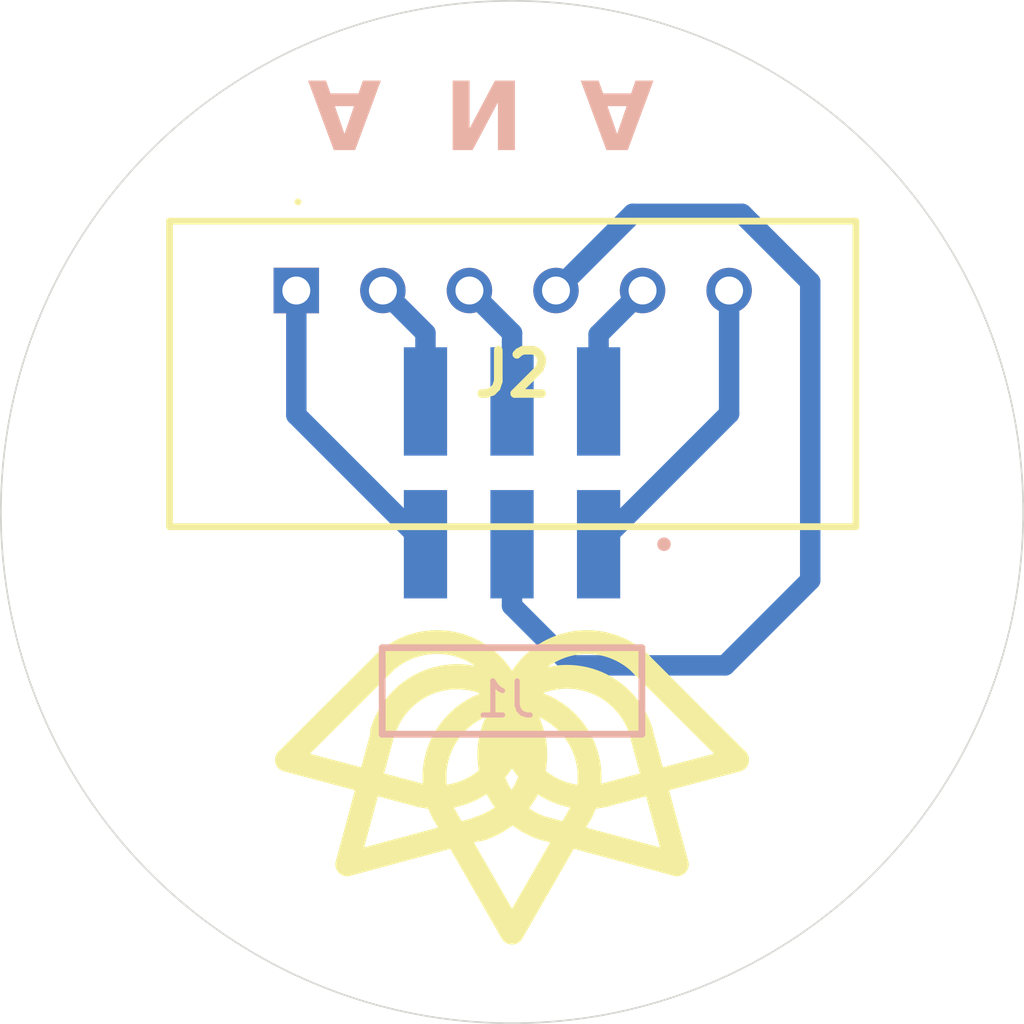
<source format=kicad_pcb>
(kicad_pcb (version 20241229) (generator "pcbnew") (generator_version "9.0")
  (title_block (comment 4 "AISLER Project ID: KVCJXUYW"))
  (layers (0 "F.Cu" signal) (2 "B.Cu" signal) (13 "F.Paste" user) (15 "B.Paste" user) (5 "F.SilkS" user "F.Silkscreen") (7 "B.SilkS" user "B.Silkscreen") (1 "F.Mask" user) (3 "B.Mask" user) (25 "Edge.Cuts" user))
  (net 0 "")
  (net 1 "Net-(J1-Pad06)")
  (net 2 "Net-(J1-Pad04)")
  (net 3 "Net-(J1-Pad03)")
  (net 4 "Net-(J1-Pad05)")
  (net 5 "Net-(J1-Pad02)")
  (net 6 "Net-(J1-Pad01)")
  (footprint "foots:55203146" (layer "F.Cu") (at 123.67 93.5)
    (property "Reference" "J2" (at 6.35 2.447 0) (layer "F.SilkS") (effects (font (size 1.27 1.27) (thickness 0.254))))
    (property "Value" "5-520314-6" (hide yes))
    (fp_line (start -3.72 -2.036) (end 16.42 -2.036) (stroke (width 0.2)) (layer "F.SilkS"))
    (fp_line (start -3.72 6.93) (end -3.72 -2.036) (stroke (width 0.2)) (layer "F.SilkS"))
    (fp_line (start 0 -2.6) (end 0 -2.6) (stroke (width 0.1)) (layer "F.SilkS"))
    (fp_line (start 0.1 -2.6) (end 0.1 -2.6) (stroke (width 0.1)) (layer "F.SilkS"))
    (fp_line (start 16.42 -2.036) (end 16.42 6.93) (stroke (width 0.2)) (layer "F.SilkS"))
    (fp_line (start 16.42 6.93) (end -3.72 6.93) (stroke (width 0.2)) (layer "F.SilkS"))
    (fp_arc (start 0 -2.6) (mid 0.05 -2.65) (end 0.1 -2.6) (stroke (width 0.1)) (layer "F.SilkS"))
    (fp_arc (start 0.1 -2.6) (mid 0.05 -2.55) (end 0 -2.6) (stroke (width 0.1)) (layer "F.SilkS"))
    (pad "1" thru_hole rect (at 0 0) (size 1.333 1.333) (drill 0.82) (layers "*.Cu" "*.Mask") (net 4 "Net-(J1-Pad05)"))
    (pad "2" thru_hole circle (at 2.54 0) (size 1.333 1.333) (drill 0.82) (layers "*.Cu" "*.Mask") (net 1 "Net-(J1-Pad06)"))
    (pad "3" thru_hole circle (at 5.08 0) (size 1.333 1.333) (drill 0.82) (layers "*.Cu" "*.Mask") (net 2 "Net-(J1-Pad04)"))
    (pad "4" thru_hole circle (at 7.62 0) (size 1.333 1.333) (drill 0.82) (layers "*.Cu" "*.Mask") (net 3 "Net-(J1-Pad03)"))
    (pad "5" thru_hole circle (at 10.16 0) (size 1.333 1.333) (drill 0.82) (layers "*.Cu" "*.Mask") (net 5 "Net-(J1-Pad02)"))
    (pad "6" thru_hole circle (at 12.7 0) (size 1.333 1.333) (drill 0.82) (layers "*.Cu" "*.Mask") (net 6 "Net-(J1-Pad01)"))
  )
  (footprint "foots:TSM-103-01-L-DH" (layer "B.Cu") (at 130 105.25)
    (property "Reference" "J1" (at -0.182124 0.25 180) (layer "B.SilkS") (effects (justify mirror)))
    (property "Value" "TSM-103-01-L-DH")
    (fp_line (start -3.81 -1.27) (end -3.81 1.27) (stroke (width 0.2)) (layer "B.SilkS"))
    (fp_line (start 3.81 -1.27) (end -3.81 -1.27) (stroke (width 0.2)) (layer "B.SilkS"))
    (fp_line (start 3.81 1.27) (end -3.81 1.27) (stroke (width 0.2)) (layer "B.SilkS"))
    (fp_line (start 3.81 1.27) (end 3.81 -1.27) (stroke (width 0.2)) (layer "B.SilkS"))
    (fp_circle (center 4.46 -4.305) (end 4.56 -4.305) (stroke (width 0.2)) (fill no) (layer "B.SilkS"))
    (pad "01" smd rect (at 2.54 -4.305) (size 1.27 3.18) (layers "B.Cu" "B.Mask" "B.Paste") (net 6 "Net-(J1-Pad01)"))
    (pad "02" smd rect (at 2.54 -8.495) (size 1.27 3.18) (layers "B.Cu" "B.Mask" "B.Paste") (net 5 "Net-(J1-Pad02)"))
    (pad "03" smd rect (at 0 -4.305) (size 1.27 3.18) (layers "B.Cu" "B.Mask" "B.Paste") (net 3 "Net-(J1-Pad03)"))
    (pad "04" smd rect (at 0 -8.495) (size 1.27 3.18) (layers "B.Cu" "B.Mask" "B.Paste") (net 2 "Net-(J1-Pad04)"))
    (pad "05" smd rect (at -2.54 -4.305) (size 1.27 3.18) (layers "B.Cu" "B.Mask" "B.Paste") (net 4 "Net-(J1-Pad05)"))
    (pad "06" smd rect (at -2.54 -8.495) (size 1.27 3.18) (layers "B.Cu" "B.Mask" "B.Paste") (net 1 "Net-(J1-Pad06)"))
  )
  (gr_line (start 129.040461 109.291176) (end 125.165515 110.337695) (stroke (width 0.7)) (layer "F.SilkS"))
  (gr_line (start 134.834443 110.337693) (end 130.959497 109.291174) (stroke (width 0.7)) (layer "F.SilkS"))
  (gr_line (start 123.395974 107.272761) (end 126.239759 104.440219) (stroke (width 0.7)) (layer "F.SilkS"))
  (gr_arc (start 126.238581 104.435819) (mid 130 105.503219) (end 127.276213 108.308322) (stroke (width 0.7)) (layer "F.SilkS"))
  (gr_arc (start 132.723764 108.308323) (mid 129.999989 105.50322) (end 133.761399 104.435821) (stroke (width 0.7)) (layer "F.SilkS"))
  (gr_line (start 127.275035 108.303922) (end 123.395974 107.272761) (stroke (width 0.7)) (layer "F.SilkS"))
  (gr_line (start 129.999989 112.340201) (end 127.999988 108.8602) (stroke (width 0.7)) (layer "F.SilkS"))
  (gr_line (start 133.760219 104.44022) (end 136.604004 107.272762) (stroke (width 0.7)) (layer "F.SilkS"))
  (gr_arc (start 127.995433 108.8602) (mid 129.999988 105.503221) (end 132.004543 108.860201) (stroke (width 0.7)) (layer "F.SilkS"))
  (gr_arc (start 130.956276 109.294395) (mid 129.999936 105.503183) (end 133.791146 106.459528) (stroke (width 0.7)) (layer "F.SilkS"))
  (gr_line (start 136.604004 107.272762) (end 132.724943 108.303924) (stroke (width 0.7)) (layer "F.SilkS"))
  (gr_arc (start 126.205594 106.456306) (mid 129.99677 105.5) (end 129.040461 109.291176) (stroke (width 0.74)) (layer "F.SilkS"))
  (gr_line (start 133.787925 106.462747) (end 134.834443 110.337693) (stroke (width 0.7)) (layer "F.SilkS"))
  (gr_line (start 131.999989 108.8602) (end 129.999989 112.340201) (stroke (width 0.7)) (layer "F.SilkS"))
  (gr_line (start 125.165515 110.337695) (end 126.212033 106.462749) (stroke (width 0.7)) (layer "F.SilkS"))
  (gr_circle (center 130 100) (end 145 100) (stroke (width 0.05)) (fill no) (layer "Edge.Cuts"))
  (gr_text "A" (at 124 87 180) (layer "B.SilkS") (effects (font (size 2 2) (thickness 0.3) (bold yes)) (justify left bottom mirror)))
  (gr_text "A" (at 132 87 180) (layer "B.SilkS") (effects (font (size 2 2) (thickness 0.3) (bold yes)) (justify left bottom mirror)))
  (gr_text "N\n" (at 128 87 180) (layer "B.SilkS") (effects (font (size 2 2) (thickness 0.3) (bold yes)) (justify left bottom mirror)))
  (segment (start 127.46 96.755) (end 127.46 94.75) (width 0.6) (layer "B.Cu") (net 1))
  (segment (start 127.46 94.75) (end 126.21 93.5) (width 0.6) (layer "B.Cu") (net 1))
  (segment (start 130 94.75) (end 128.75 93.5) (width 0.6) (layer "B.Cu") (net 2))
  (segment (start 130 96.755) (end 130 94.75) (width 0.6) (layer "B.Cu") (net 2))
  (segment (start 133.54 91.25) (end 131.29 93.5) (width 0.6) (layer "B.Cu") (net 3))
  (segment (start 136.25 104.5) (end 138.75 102) (width 0.6) (layer "B.Cu") (net 3))
  (segment (start 136.75 91.25) (end 133.54 91.25) (width 0.6) (layer "B.Cu") (net 3))
  (segment (start 138.75 102) (end 138.75 93.25) (width 0.6) (layer "B.Cu") (net 3))
  (segment (start 130 100.945) (end 130 102.750001) (width 0.6) (layer "B.Cu") (net 3))
  (segment (start 130 102.750001) (end 131.749999 104.5) (width 0.6) (layer "B.Cu") (net 3))
  (segment (start 131.749999 104.5) (end 136.25 104.5) (width 0.6) (layer "B.Cu") (net 3))
  (segment (start 138.75 93.25) (end 136.75 91.25) (width 0.6) (layer "B.Cu") (net 3))
  (segment (start 123.67 97.155) (end 123.67 93.5) (width 0.6) (layer "B.Cu") (net 4))
  (segment (start 127.46 100.945) (end 123.67 97.155) (width 0.6) (layer "B.Cu") (net 4))
  (segment (start 132.54 96.755) (end 132.54 94.79) (width 0.6) (layer "B.Cu") (net 5))
  (segment (start 132.54 94.79) (end 133.83 93.5) (width 0.6) (layer "B.Cu") (net 5))
  (segment (start 132.54 100.945) (end 136.37 97.115) (width 0.6) (layer "B.Cu") (net 6))
  (segment (start 136.37 97.115) (end 136.37 93.5) (width 0.6) (layer "B.Cu") (net 6))
)
</source>
